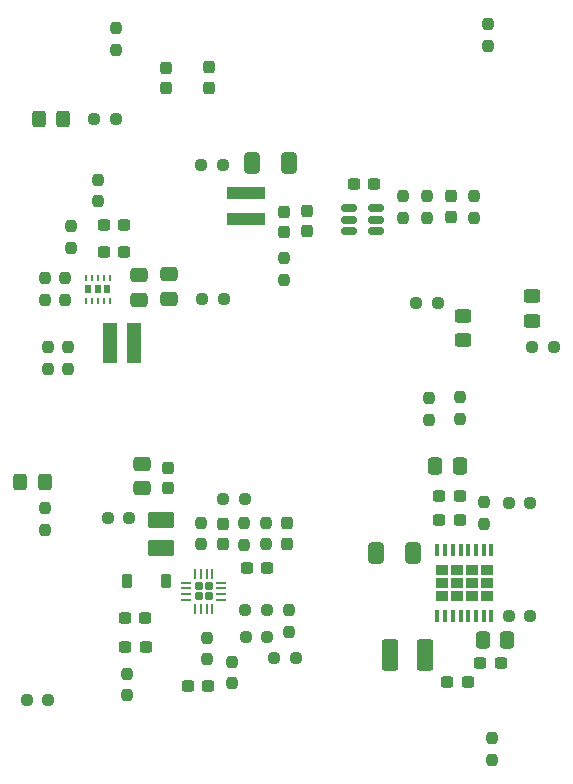
<source format=gbr>
%TF.GenerationSoftware,KiCad,Pcbnew,7.0.2-0*%
%TF.CreationDate,2025-01-08T12:57:51-05:00*%
%TF.ProjectId,plaqchek_power,706c6171-6368-4656-9b5f-706f7765722e,rev?*%
%TF.SameCoordinates,Original*%
%TF.FileFunction,Paste,Top*%
%TF.FilePolarity,Positive*%
%FSLAX46Y46*%
G04 Gerber Fmt 4.6, Leading zero omitted, Abs format (unit mm)*
G04 Created by KiCad (PCBNEW 7.0.2-0) date 2025-01-08 12:57:51*
%MOMM*%
%LPD*%
G01*
G04 APERTURE LIST*
G04 Aperture macros list*
%AMRoundRect*
0 Rectangle with rounded corners*
0 $1 Rounding radius*
0 $2 $3 $4 $5 $6 $7 $8 $9 X,Y pos of 4 corners*
0 Add a 4 corners polygon primitive as box body*
4,1,4,$2,$3,$4,$5,$6,$7,$8,$9,$2,$3,0*
0 Add four circle primitives for the rounded corners*
1,1,$1+$1,$2,$3*
1,1,$1+$1,$4,$5*
1,1,$1+$1,$6,$7*
1,1,$1+$1,$8,$9*
0 Add four rect primitives between the rounded corners*
20,1,$1+$1,$2,$3,$4,$5,0*
20,1,$1+$1,$4,$5,$6,$7,0*
20,1,$1+$1,$6,$7,$8,$9,0*
20,1,$1+$1,$8,$9,$2,$3,0*%
G04 Aperture macros list end*
%ADD10RoundRect,0.237500X0.300000X0.237500X-0.300000X0.237500X-0.300000X-0.237500X0.300000X-0.237500X0*%
%ADD11RoundRect,0.250000X-0.475000X0.337500X-0.475000X-0.337500X0.475000X-0.337500X0.475000X0.337500X0*%
%ADD12RoundRect,0.237500X0.250000X0.237500X-0.250000X0.237500X-0.250000X-0.237500X0.250000X-0.237500X0*%
%ADD13RoundRect,0.237500X-0.237500X0.250000X-0.237500X-0.250000X0.237500X-0.250000X0.237500X0.250000X0*%
%ADD14RoundRect,0.237500X0.237500X-0.250000X0.237500X0.250000X-0.237500X0.250000X-0.237500X-0.250000X0*%
%ADD15RoundRect,0.250000X-0.450000X0.325000X-0.450000X-0.325000X0.450000X-0.325000X0.450000X0.325000X0*%
%ADD16RoundRect,0.237500X-0.250000X-0.237500X0.250000X-0.237500X0.250000X0.237500X-0.250000X0.237500X0*%
%ADD17RoundRect,0.250000X0.337500X0.475000X-0.337500X0.475000X-0.337500X-0.475000X0.337500X-0.475000X0*%
%ADD18RoundRect,0.237500X-0.237500X0.300000X-0.237500X-0.300000X0.237500X-0.300000X0.237500X0.300000X0*%
%ADD19RoundRect,0.237500X0.237500X-0.300000X0.237500X0.300000X-0.237500X0.300000X-0.237500X-0.300000X0*%
%ADD20RoundRect,0.237500X-0.300000X-0.237500X0.300000X-0.237500X0.300000X0.237500X-0.300000X0.237500X0*%
%ADD21RoundRect,0.250001X-0.849999X0.462499X-0.849999X-0.462499X0.849999X-0.462499X0.849999X0.462499X0*%
%ADD22RoundRect,0.225000X-0.225000X-0.375000X0.225000X-0.375000X0.225000X0.375000X-0.225000X0.375000X0*%
%ADD23R,1.300000X3.400000*%
%ADD24R,3.200000X1.000000*%
%ADD25RoundRect,0.170000X0.170000X-0.170000X0.170000X0.170000X-0.170000X0.170000X-0.170000X-0.170000X0*%
%ADD26RoundRect,0.062500X0.062500X-0.355000X0.062500X0.355000X-0.062500X0.355000X-0.062500X-0.355000X0*%
%ADD27RoundRect,0.062500X0.355000X-0.062500X0.355000X0.062500X-0.355000X0.062500X-0.355000X-0.062500X0*%
%ADD28RoundRect,0.250000X-0.412500X-0.650000X0.412500X-0.650000X0.412500X0.650000X-0.412500X0.650000X0*%
%ADD29R,1.050000X0.880000*%
%ADD30R,0.450000X1.050000*%
%ADD31RoundRect,0.250000X-0.325000X-0.450000X0.325000X-0.450000X0.325000X0.450000X-0.325000X0.450000X0*%
%ADD32RoundRect,0.250000X0.450000X-0.325000X0.450000X0.325000X-0.450000X0.325000X-0.450000X-0.325000X0*%
%ADD33RoundRect,0.250001X0.462499X1.074999X-0.462499X1.074999X-0.462499X-1.074999X0.462499X-1.074999X0*%
%ADD34R,0.610000X0.650000*%
%ADD35R,0.250000X0.500000*%
%ADD36RoundRect,0.150000X-0.512500X-0.150000X0.512500X-0.150000X0.512500X0.150000X-0.512500X0.150000X0*%
%ADD37RoundRect,0.250000X0.475000X-0.337500X0.475000X0.337500X-0.475000X0.337500X-0.475000X-0.337500X0*%
%ADD38RoundRect,0.250000X-0.337500X-0.475000X0.337500X-0.475000X0.337500X0.475000X-0.337500X0.475000X0*%
G04 APERTURE END LIST*
D10*
%TO.C,C5*%
X144612500Y-105075000D03*
X142887500Y-105075000D03*
%TD*%
D11*
%TO.C,C35*%
X133775000Y-80300000D03*
X133775000Y-82375000D03*
%TD*%
D12*
%TO.C,R27*%
X132925000Y-100825000D03*
X131100000Y-100825000D03*
%TD*%
D13*
%TO.C,R22*%
X146034321Y-78851000D03*
X146034321Y-80676000D03*
%TD*%
D10*
%TO.C,C26*%
X160903000Y-98986000D03*
X159178000Y-98986000D03*
%TD*%
%TO.C,C7*%
X134312500Y-111775000D03*
X132587500Y-111775000D03*
%TD*%
D13*
%TO.C,R7*%
X141625000Y-113025000D03*
X141625000Y-114850000D03*
%TD*%
%TO.C,R16*%
X127525000Y-80550000D03*
X127525000Y-82375000D03*
%TD*%
D11*
%TO.C,C9*%
X136275000Y-80225000D03*
X136275000Y-82300000D03*
%TD*%
D13*
%TO.C,R19*%
X127775000Y-86387500D03*
X127775000Y-88212500D03*
%TD*%
D10*
%TO.C,C30*%
X164387500Y-113150000D03*
X162662500Y-113150000D03*
%TD*%
D12*
%TO.C,R3*%
X144575000Y-108675000D03*
X142750000Y-108675000D03*
%TD*%
D14*
%TO.C,R10*%
X156150000Y-75425000D03*
X156150000Y-73600000D03*
%TD*%
D15*
%TO.C,D4*%
X167025000Y-82100000D03*
X167025000Y-84150000D03*
%TD*%
D16*
%TO.C,R17*%
X165062500Y-99550000D03*
X166887500Y-99550000D03*
%TD*%
D14*
%TO.C,R29*%
X131775000Y-61212500D03*
X131775000Y-59387500D03*
%TD*%
D17*
%TO.C,C23*%
X160903000Y-96446000D03*
X158828000Y-96446000D03*
%TD*%
D14*
%TO.C,R21*%
X130275000Y-74037500D03*
X130275000Y-72212500D03*
%TD*%
D12*
%TO.C,R35*%
X126075000Y-116300000D03*
X124250000Y-116300000D03*
%TD*%
D18*
%TO.C,C2*%
X140860000Y-101345837D03*
X140860000Y-103070837D03*
%TD*%
D19*
%TO.C,C27*%
X145996501Y-76636191D03*
X145996501Y-74911191D03*
%TD*%
D14*
%TO.C,R9*%
X142650000Y-103115837D03*
X142650000Y-101290837D03*
%TD*%
D20*
%TO.C,C29*%
X151925000Y-72600000D03*
X153650000Y-72600000D03*
%TD*%
D14*
%TO.C,R6*%
X139005000Y-103093337D03*
X139005000Y-101268337D03*
%TD*%
D13*
%TO.C,R30*%
X128025000Y-76137500D03*
X128025000Y-77962500D03*
%TD*%
D14*
%TO.C,R18*%
X162975000Y-101350000D03*
X162975000Y-99525000D03*
%TD*%
D18*
%TO.C,C4*%
X136250000Y-96600000D03*
X136250000Y-98325000D03*
%TD*%
D21*
%TO.C,L1*%
X135650000Y-101050000D03*
X135650000Y-103375000D03*
%TD*%
D18*
%TO.C,C13*%
X136015000Y-62750000D03*
X136015000Y-64475000D03*
%TD*%
D12*
%TO.C,R33*%
X168900000Y-86350000D03*
X167075000Y-86350000D03*
%TD*%
D22*
%TO.C,D1*%
X132750000Y-106175000D03*
X136050000Y-106175000D03*
%TD*%
D12*
%TO.C,R24*%
X140937500Y-82300000D03*
X139112500Y-82300000D03*
%TD*%
D16*
%TO.C,R25*%
X139030500Y-70962000D03*
X140855500Y-70962000D03*
%TD*%
D18*
%TO.C,C14*%
X139675000Y-62700000D03*
X139675000Y-64425000D03*
%TD*%
D10*
%TO.C,C10*%
X132500000Y-78300000D03*
X130775000Y-78300000D03*
%TD*%
D14*
%TO.C,R11*%
X126025000Y-88212500D03*
X126025000Y-86387500D03*
%TD*%
D23*
%TO.C,L5*%
X131275000Y-86050000D03*
X133375000Y-86050000D03*
%TD*%
D16*
%TO.C,R8*%
X140907500Y-99235837D03*
X142732500Y-99235837D03*
%TD*%
D13*
%TO.C,R23*%
X158275000Y-90725000D03*
X158275000Y-92550000D03*
%TD*%
D24*
%TO.C,L4*%
X142850000Y-75550000D03*
X142850000Y-73350000D03*
%TD*%
D25*
%TO.C,U1*%
X138815000Y-107497500D03*
X139655000Y-107497500D03*
X138815000Y-106657500D03*
X139655000Y-106657500D03*
D26*
X138485000Y-108535000D03*
X138985000Y-108535000D03*
X139485000Y-108535000D03*
X139985000Y-108535000D03*
D27*
X140692500Y-107827500D03*
X140692500Y-107327500D03*
X140692500Y-106827500D03*
X140692500Y-106327500D03*
D26*
X139985000Y-105620000D03*
X139485000Y-105620000D03*
X138985000Y-105620000D03*
X138485000Y-105620000D03*
D27*
X137777500Y-106327500D03*
X137777500Y-106827500D03*
X137777500Y-107327500D03*
X137777500Y-107827500D03*
%TD*%
D14*
%TO.C,R37*%
X163625000Y-121312500D03*
X163625000Y-119487500D03*
%TD*%
D13*
%TO.C,R2*%
X146487500Y-108675000D03*
X146487500Y-110500000D03*
%TD*%
D28*
%TO.C,C37*%
X153850000Y-103800000D03*
X156975000Y-103800000D03*
%TD*%
D29*
%TO.C,U2*%
X159435000Y-107504400D03*
X160685000Y-107504400D03*
X161935000Y-107504400D03*
X163185000Y-107504400D03*
X159435000Y-106371000D03*
X160685000Y-106371000D03*
X161935000Y-106371000D03*
X163185000Y-106371000D03*
X159435000Y-105237600D03*
X160685000Y-105237600D03*
X161935000Y-105237600D03*
X163185000Y-105237600D03*
D30*
X159035000Y-109146000D03*
X159685000Y-109146000D03*
X160335000Y-109146000D03*
X160985000Y-109146000D03*
X161635000Y-109146000D03*
X162285000Y-109146000D03*
X162935000Y-109146000D03*
X163585000Y-109146000D03*
X163585000Y-103596000D03*
X162935000Y-103596000D03*
X162285000Y-103596000D03*
X161635000Y-103596000D03*
X160985000Y-103596000D03*
X160335000Y-103596000D03*
X159685000Y-103596000D03*
X159035000Y-103596000D03*
%TD*%
D31*
%TO.C,D3*%
X123725000Y-97800000D03*
X125775000Y-97800000D03*
%TD*%
D19*
%TO.C,C25*%
X148000000Y-76600000D03*
X148000000Y-74875000D03*
%TD*%
D28*
%TO.C,C33*%
X143301000Y-70770000D03*
X146426000Y-70770000D03*
%TD*%
D32*
%TO.C,D5*%
X161225000Y-85800000D03*
X161225000Y-83750000D03*
%TD*%
D14*
%TO.C,R20*%
X160975000Y-92450000D03*
X160975000Y-90625000D03*
%TD*%
D12*
%TO.C,R31*%
X131787500Y-67100000D03*
X129962500Y-67100000D03*
%TD*%
D31*
%TO.C,D2*%
X125275000Y-67100000D03*
X127325000Y-67100000D03*
%TD*%
D33*
%TO.C,L6*%
X157975000Y-112500000D03*
X155000000Y-112500000D03*
%TD*%
D13*
%TO.C,R13*%
X162150000Y-73600000D03*
X162150000Y-75425000D03*
%TD*%
D14*
%TO.C,R5*%
X139530000Y-112837500D03*
X139530000Y-111012500D03*
%TD*%
%TO.C,R32*%
X125775000Y-101875000D03*
X125775000Y-100050000D03*
%TD*%
D34*
%TO.C,U9*%
X131075000Y-81500000D03*
X130275000Y-81500000D03*
X129475000Y-81500000D03*
D35*
X131275000Y-80550000D03*
X130775000Y-80550000D03*
X130275000Y-80550000D03*
X129775000Y-80550000D03*
X129275000Y-80550000D03*
X129275000Y-82450000D03*
X129775000Y-82450000D03*
X130275000Y-82450000D03*
X130775000Y-82450000D03*
X131275000Y-82450000D03*
%TD*%
D36*
%TO.C,U8*%
X151512500Y-74650000D03*
X151512500Y-75600000D03*
X151512500Y-76550000D03*
X153787500Y-76550000D03*
X153787500Y-75600000D03*
X153787500Y-74650000D03*
%TD*%
D10*
%TO.C,C6*%
X139602500Y-115105000D03*
X137877500Y-115105000D03*
%TD*%
%TO.C,C8*%
X134300000Y-109325000D03*
X132575000Y-109325000D03*
%TD*%
D16*
%TO.C,R28*%
X142787500Y-110950000D03*
X144612500Y-110950000D03*
%TD*%
%TO.C,R1*%
X145212500Y-112750000D03*
X147037500Y-112750000D03*
%TD*%
D10*
%TO.C,C28*%
X160903000Y-101018000D03*
X159178000Y-101018000D03*
%TD*%
D14*
%TO.C,R15*%
X125775000Y-82375000D03*
X125775000Y-80550000D03*
%TD*%
%TO.C,R36*%
X163275000Y-60875000D03*
X163275000Y-59050000D03*
%TD*%
D37*
%TO.C,C1*%
X133975000Y-98337500D03*
X133975000Y-96262500D03*
%TD*%
D18*
%TO.C,C32*%
X160150000Y-73624371D03*
X160150000Y-75349371D03*
%TD*%
D12*
%TO.C,R12*%
X166900000Y-109150000D03*
X165075000Y-109150000D03*
%TD*%
D14*
%TO.C,R14*%
X158150000Y-75425000D03*
X158150000Y-73600000D03*
%TD*%
D19*
%TO.C,C3*%
X146288500Y-103032337D03*
X146288500Y-101307337D03*
%TD*%
D10*
%TO.C,C24*%
X132500000Y-76050000D03*
X130775000Y-76050000D03*
%TD*%
%TO.C,C31*%
X161587500Y-114750000D03*
X159862500Y-114750000D03*
%TD*%
D38*
%TO.C,C34*%
X162862500Y-111180000D03*
X164937500Y-111180000D03*
%TD*%
D16*
%TO.C,R34*%
X157225000Y-82650000D03*
X159050000Y-82650000D03*
%TD*%
D13*
%TO.C,R4*%
X144534000Y-101257337D03*
X144534000Y-103082337D03*
%TD*%
D14*
%TO.C,R26*%
X132750000Y-115887500D03*
X132750000Y-114062500D03*
%TD*%
M02*

</source>
